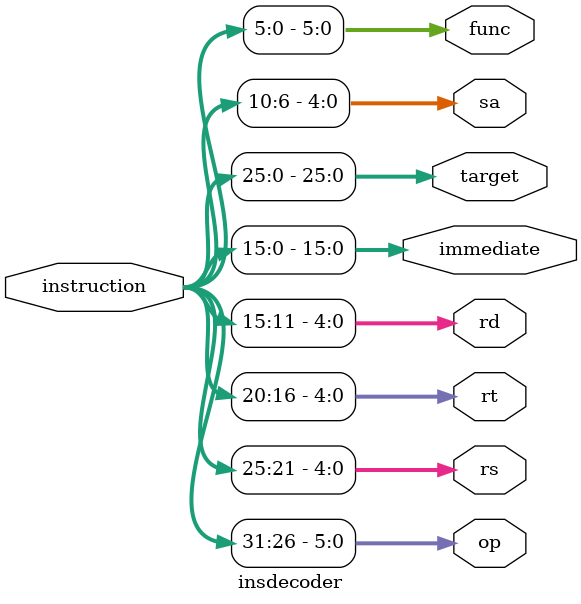
<source format=v>
`timescale 1ns / 1ps
module insdecoder(
    input [31:0] instruction,
    output reg [5:0] op,
    output reg [4:0] rs, rt, rd,
    output reg [15:0] immediate,
    output reg [25:0] target,
    output reg [4:0] sa,
    output reg [5:0] func
    );

    always@(instruction)
    begin
        op = instruction[31:26];
        rs = instruction[25:21];
        rt = instruction[20:16];
        rd = instruction[15:11];
        immediate = instruction[15:0];
        target = instruction[25:0];
        sa = instruction[10:6];
        func = instruction[5:0];
    end
endmodule

</source>
